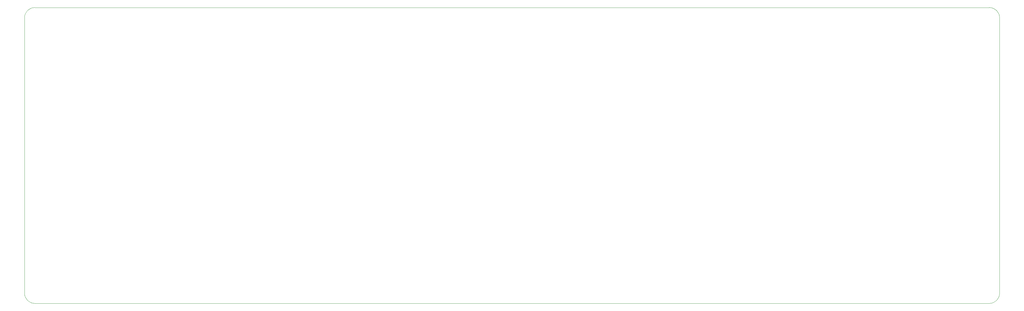
<source format=gbr>
%TF.GenerationSoftware,KiCad,Pcbnew,(5.99.0-2809-gaceed2b0a4)*%
%TF.CreationDate,2020-08-30T23:01:33-04:00*%
%TF.ProjectId,athene-pcb-f072,61746865-6e65-42d7-9063-622d66303732,rev?*%
%TF.SameCoordinates,Original*%
%TF.FileFunction,Profile,NP*%
%FSLAX46Y46*%
G04 Gerber Fmt 4.6, Leading zero omitted, Abs format (unit mm)*
G04 Created by KiCad (PCBNEW (5.99.0-2809-gaceed2b0a4)) date 2020-08-30 23:01:33*
%MOMM*%
%LPD*%
G01*
G04 APERTURE LIST*
%TA.AperFunction,Profile*%
%ADD10C,0.100000*%
%TD*%
G04 APERTURE END LIST*
D10*
X316706250Y-17462500D02*
G75*
G02*
X319881250Y-20637500I0J-3175000D01*
G01*
X19843750Y-17462500D02*
G75*
G03*
X16668750Y-20637500I0J-3175000D01*
G01*
X316706250Y-109537500D02*
G75*
G03*
X319881250Y-106362500I0J3175000D01*
G01*
X316706250Y-109537500D02*
X19843750Y-109537500D01*
X319881250Y-20637500D02*
X319881250Y-106362500D01*
X16668750Y-106362500D02*
G75*
G03*
X19843750Y-109537500I3175000J0D01*
G01*
X16668750Y-106362500D02*
X16668750Y-20637500D01*
X19843750Y-17462500D02*
X316706250Y-17462500D01*
M02*

</source>
